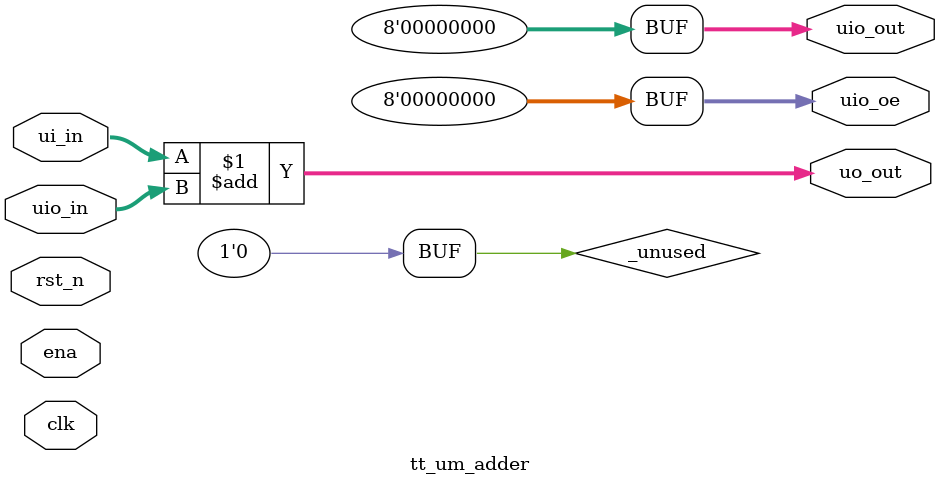
<source format=v>
/*
 * 8-bit Adder for TinyTapeout
 */

`default_nettype none

module tt_um_adder (
    input  wire [7:0] ui_in,    // First 8-bit input
    output wire [7:0] uo_out,   // 8-bit output (Sum)
    input  wire [7:0] uio_in,   // Second 8-bit input
    output wire [7:0] uio_out,  // Unused
    output wire [7:0] uio_oe,   // Unused
    input  wire       ena,      // Enable (not used)
    input  wire       clk,      // Clock (not needed for combinational logic)
    input  wire       rst_n     // Reset (not needed for combinational logic)
);

    // 8-bit addition operation
    assign uo_out = ui_in + uio_in;

    // Unused signals
    assign uio_out = 8'b00000000;
    assign uio_oe = 8'b00000000;

    // Prevent unused warnings
    wire _unused = &{ena, clk, rst_n, 1'b0};

endmodule

</source>
